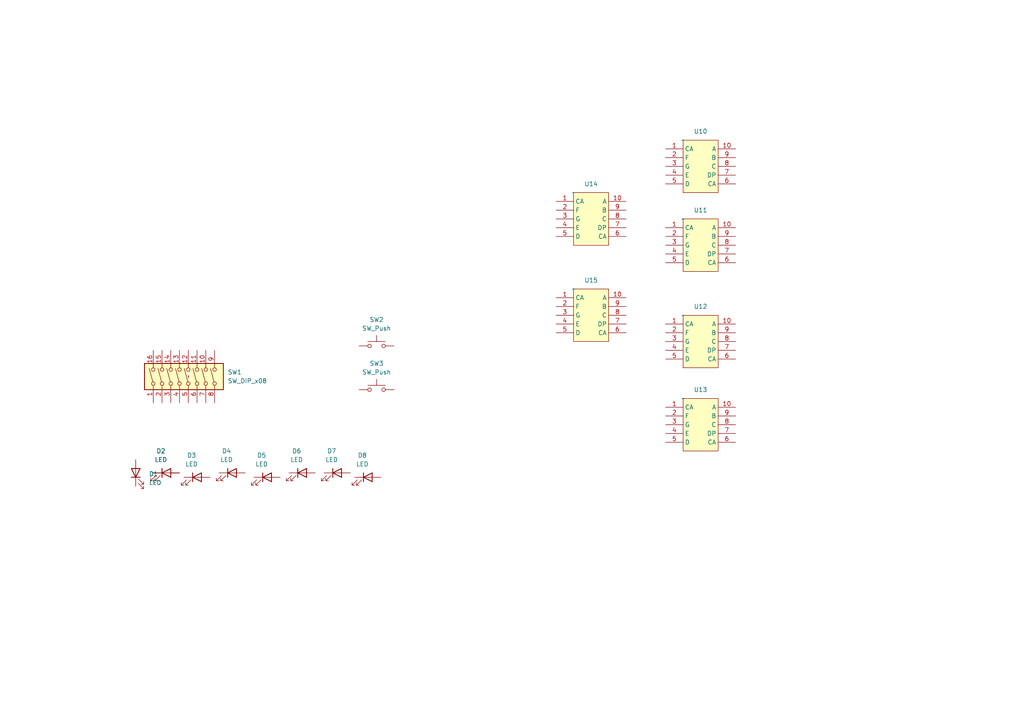
<source format=kicad_sch>
(kicad_sch (version 20230121) (generator eeschema)
  (paper "A4")
  (lib_symbols
    (symbol "Device:LED" (pin_numbers hide) (pin_names (offset 1.016) hide)
      (property "Reference" "D" (at 0 2.54 0))
      (property "Value" "LED" (at 0 -2.54 0))
      (symbol "LED_0_1"
        (polyline (pts (xy -1.27 -1.27) (xy -1.27 1.27)) (stroke (width 0.254)))
        (polyline (pts (xy -1.27 0) (xy 1.27 0)))
        (polyline (pts (xy 1.27 -1.27) (xy 1.27 1.27) (xy -1.27 0) (xy 1.27 -1.27)) (stroke (width 0.254)))
        (polyline (pts (xy -3.048 -0.762) (xy -4.572 -2.286) (xy -3.81 -2.286) (xy -4.572 -2.286) (xy -4.572 -1.524)))
        (polyline (pts (xy -1.778 -0.762) (xy -3.302 -2.286) (xy -2.54 -2.286) (xy -3.302 -2.286) (xy -3.302 -1.524)))
      )
      (symbol "LED_1_1"
        (pin passive line (at -3.81 0 0) (length 2.54) (name "K") (number "1"))
        (pin passive line (at 3.81 0 180) (length 2.54) (name "A") (number "2"))
      )
    )
    (symbol "Display_Character:LTS-4802BJR-H1"
      (property "Reference" "U" (at 1.27 1.27 0))
      (symbol "LTS-4802BJR-H1_1_1"
        (rectangle (start 0 0) (end 10.16 -15.24) (fill (type background)))
        (pin passive line (at -5.08 -2.54 0) (length 5.08) (name "CA") (number "1"))
        (pin passive line (at 15.24 -2.54 180) (length 5.08) (name "A") (number "10"))
        (pin passive line (at -5.08 -5.08 0) (length 5.08) (name "F") (number "2"))
        (pin passive line (at -5.08 -7.62 0) (length 5.08) (name "G") (number "3"))
        (pin passive line (at -5.08 -10.16 0) (length 5.08) (name "E") (number "4"))
        (pin passive line (at -5.08 -12.7 0) (length 5.08) (name "D") (number "5"))
        (pin passive line (at 15.24 -12.7 180) (length 5.08) (name "CA") (number "6"))
        (pin passive line (at 15.24 -10.16 180) (length 5.08) (name "DP") (number "7"))
        (pin passive line (at 15.24 -7.62 180) (length 5.08) (name "C") (number "8"))
        (pin passive line (at 15.24 -5.08 180) (length 5.08) (name "B") (number "9"))
      )
    )
    (symbol "Switch:SW_DIP_x08" (pin_names (offset 0) hide)
      (property "Reference" "SW" (at 0 13.97 0))
      (property "Value" "SW_DIP_x08" (at 0 -11.43 0))
      (symbol "SW_DIP_x08_0_0"
        (circle (center -2.032 -7.62) (radius 0.508))
        (circle (center -2.032 -5.08) (radius 0.508))
        (circle (center -2.032 -2.54) (radius 0.508))
        (circle (center -2.032 0) (radius 0.508))
        (circle (center -2.032 2.54) (radius 0.508))
        (circle (center -2.032 5.08) (radius 0.508))
        (circle (center -2.032 7.62) (radius 0.508))
        (circle (center -2.032 10.16) (radius 0.508))
        (polyline (pts (xy -1.524 -7.4676) (xy 2.3622 -6.4262)))
        (polyline (pts (xy -1.524 -4.9276) (xy 2.3622 -3.8862)))
        (polyline (pts (xy -1.524 -2.3876) (xy 2.3622 -1.3462)))
        (polyline (pts (xy -1.524 0.127) (xy 2.3622 1.1684)))
        (polyline (pts (xy -1.524 2.667) (xy 2.3622 3.7084)))
        (polyline (pts (xy -1.524 5.207) (xy 2.3622 6.2484)))
        (polyline (pts (xy -1.524 7.747) (xy 2.3622 8.7884)))
        (polyline (pts (xy -1.524 10.287) (xy 2.3622 11.3284)))
        (circle (center 2.032 -7.62) (radius 0.508))
        (circle (center 2.032 -5.08) (radius 0.508))
        (circle (center 2.032 -2.54) (radius 0.508))
        (circle (center 2.032 0) (radius 0.508))
        (circle (center 2.032 2.54) (radius 0.508))
        (circle (center 2.032 5.08) (radius 0.508))
        (circle (center 2.032 7.62) (radius 0.508))
        (circle (center 2.032 10.16) (radius 0.508))
      )
      (symbol "SW_DIP_x08_0_1"
        (rectangle (start -3.81 12.7) (end 3.81 -10.16) (stroke (width 0.254)) (fill (type background)))
      )
      (symbol "SW_DIP_x08_1_1"
        (pin passive line (at -7.62 10.16 0) (length 5.08) (name "~") (number "1"))
        (pin passive line (at 7.62 -5.08 180) (length 5.08) (name "~") (number "10"))
        (pin passive line (at 7.62 -2.54 180) (length 5.08) (name "~") (number "11"))
        (pin passive line (at 7.62 0 180) (length 5.08) (name "~") (number "12"))
        (pin passive line (at 7.62 2.54 180) (length 5.08) (name "~") (number "13"))
        (pin passive line (at 7.62 5.08 180) (length 5.08) (name "~") (number "14"))
        (pin passive line (at 7.62 7.62 180) (length 5.08) (name "~") (number "15"))
        (pin passive line (at 7.62 10.16 180) (length 5.08) (name "~") (number "16"))
        (pin passive line (at -7.62 7.62 0) (length 5.08) (name "~") (number "2"))
        (pin passive line (at -7.62 5.08 0) (length 5.08) (name "~") (number "3"))
        (pin passive line (at -7.62 2.54 0) (length 5.08) (name "~") (number "4"))
        (pin passive line (at -7.62 0 0) (length 5.08) (name "~") (number "5"))
        (pin passive line (at -7.62 -2.54 0) (length 5.08) (name "~") (number "6"))
        (pin passive line (at -7.62 -5.08 0) (length 5.08) (name "~") (number "7"))
        (pin passive line (at -7.62 -7.62 0) (length 5.08) (name "~") (number "8"))
        (pin passive line (at 7.62 -7.62 180) (length 5.08) (name "~") (number "9"))
      )
    )
    (symbol "Switch:SW_Push" (pin_numbers hide) (pin_names (offset 1.016) hide)
      (property "Reference" "SW" (at 1.27 2.54 0))
      (property "Value" "SW_Push" (at 0 -1.524 0))
      (symbol "SW_Push_0_1"
        (circle (center -2.032 0) (radius 0.508))
        (polyline (pts (xy 0 1.27) (xy 0 3.048)))
        (polyline (pts (xy 2.54 1.27) (xy -2.54 1.27)))
        (circle (center 2.032 0) (radius 0.508))
        (pin passive line (at -5.08 0 0) (length 2.54) (name "1") (number "1"))
        (pin passive line (at 5.08 0 180) (length 2.54) (name "2") (number "2"))
      )
    )
  )
  (symbol (lib_id "Device:LED") (at 67.31 137.16 0) (unit 1)
    (property "Reference" "D4" (at 65.7225 130.81 0))
    (property "Value" "LED" (at 65.7225 133.35 0))
    (property "Footprint" "LED_SMD:LED_0603_1608Metric_Pad1.05x0.95mm_HandSolder" (effects hide))
  )
  (symbol (lib_id "Device:LED") (at 97.79 137.16 0) (unit 1)
    (property "Reference" "D7" (at 96.2025 130.81 0))
    (property "Value" "LED" (at 96.2025 133.35 0))
    (property "Footprint" "LED_SMD:LED_0603_1608Metric_Pad1.05x0.95mm_HandSolder" (effects hide))
  )
  (symbol (lib_id "Display_Character:LTS-4802BJR-H1") (at 166.37 55.88 0) (unit 1)
    (property "Reference" "U14" (at 171.45 53.34 0))
    (property "Value" "~" (at 166.37 55.88 0))
    (property "Footprint" "Display_7Segment:LTS-4802B" (effects hide))
  )
  (symbol (lib_id "Switch:SW_Push") (at 109.22 113.03 0) (unit 1)
    (property "Reference" "SW3" (at 109.22 105.41 0))
    (property "Value" "SW_Push" (at 109.22 107.95 0))
    (property "Footprint" "Button_Switch_THT:SW_PUSH_6mm_H5mm" (effects hide))
  )
  (symbol (lib_id "Device:LED") (at 87.63 137.16 0) (unit 1)
    (property "Reference" "D6" (at 86.0425 130.81 0))
    (property "Value" "LED" (at 86.0425 133.35 0))
    (property "Footprint" "LED_SMD:LED_0603_1608Metric_Pad1.05x0.95mm_HandSolder" (effects hide))
  )
  (symbol (lib_id "Device:LED") (at 39.37 137.16 90) (unit 1)
    (property "Reference" "D1" (at 43.18 137.4775 90) (effects (justify right)))
    (property "Value" "LED" (at 43.18 140.0175 90) (effects (justify right)))
    (property "Footprint" "LED_SMD:LED_0603_1608Metric_Pad1.05x0.95mm_HandSolder" (effects hide))
  )
  (symbol (lib_id "Display_Character:LTS-4802BJR-H1") (at 198.12 115.57 0) (unit 1)
    (property "Reference" "U13" (at 203.2 113.03 0))
    (property "Value" "~" (at 198.12 115.57 0))
    (property "Footprint" "Display_7Segment:LTS-4802B" (effects hide))
  )
  (symbol (lib_id "Device:LED") (at 48.26 137.16 0) (unit 1)
    (property "Reference" "D2" (at 46.6725 130.81 0))
    (property "Value" "LED" (at 46.6725 133.35 0))
    (property "Footprint" "LED_SMD:LED_0603_1608Metric_Pad1.05x0.95mm_HandSolder" (effects hide))
  )
  (symbol (lib_id "Display_Character:LTS-4802BJR-H1") (at 166.37 83.82 0) (unit 1)
    (property "Reference" "U15" (at 171.45 81.28 0))
    (property "Value" "~" (at 166.37 83.82 0))
    (property "Footprint" "Display_7Segment:LTS-4802B" (effects hide))
  )
  (symbol (lib_id "Device:LED") (at 57.15 138.43 0) (unit 1)
    (property "Reference" "D3" (at 55.5625 132.08 0))
    (property "Value" "LED" (at 55.5625 134.62 0))
    (property "Footprint" "LED_SMD:LED_0603_1608Metric_Pad1.05x0.95mm_HandSolder" (effects hide))
  )
  (symbol (lib_id "Device:LED") (at 77.47 138.43 0) (unit 1)
    (property "Reference" "D5" (at 75.8825 132.08 0))
    (property "Value" "LED" (at 75.8825 134.62 0))
    (property "Footprint" "LED_SMD:LED_0603_1608Metric_Pad1.05x0.95mm_HandSolder" (effects hide))
  )
  (symbol (lib_id "Display_Character:LTS-4802BJR-H1") (at 198.12 40.64 0) (unit 1)
    (property "Reference" "U10" (at 203.2 38.1 0))
    (property "Value" "~" (at 198.12 40.64 0))
    (property "Footprint" "Display_7Segment:LTS-4802B" (effects hide))
  )
  (symbol (lib_id "Display_Character:LTS-4802BJR-H1") (at 198.12 63.5 0) (unit 1)
    (property "Reference" "U11" (at 203.2 60.96 0))
    (property "Value" "~" (at 198.12 63.5 0))
    (property "Footprint" "Display_7Segment:LTS-4802B" (effects hide))
  )
  (symbol (lib_id "Device:LED") (at 106.68 138.43 0) (unit 1)
    (property "Reference" "D8" (at 105.0925 132.08 0))
    (property "Value" "LED" (at 105.0925 134.62 0))
    (property "Footprint" "LED_SMD:LED_0603_1608Metric_Pad1.05x0.95mm_HandSolder" (effects hide))
  )
  (symbol (lib_id "Switch:SW_Push") (at 109.22 100.33 0) (unit 1)
    (property "Reference" "SW2" (at 109.22 92.71 0))
    (property "Value" "SW_Push" (at 109.22 95.25 0))
    (property "Footprint" "Button_Switch_THT:SW_PUSH_6mm_H5mm" (effects hide))
  )
  (symbol (lib_id "Switch:SW_DIP_x08") (at 54.61 109.22 90) (unit 1)
    (property "Reference" "SW1" (at 66.04 107.95 90) (effects (justify right)))
    (property "Value" "SW_DIP_x08" (at 66.04 110.49 90) (effects (justify right)))
    (property "Footprint" "Button_Switch_THT:SW_DIP_SPSTx08_Slide_6.7x21.88mm_W7.62mm_P2.54mm_LowProfile" (effects hide))
    (property "Datasheet" "~" (at 54.61 109.22 0))
  )
  (symbol (lib_id "Display_Character:LTS-4802BJR-H1") (at 198.12 91.44 0) (unit 1)
    (property "Reference" "U12" (at 203.2 88.9 0))
    (property "Value" "~" (at 198.12 91.44 0))
    (property "Footprint" "Display_7Segment:LTS-4802B" (effects hide))
  )
)
</source>
